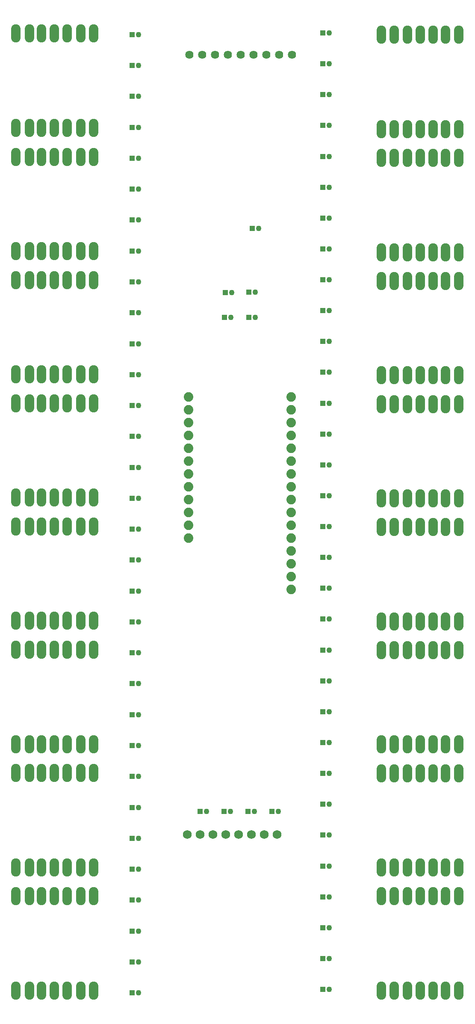
<source format=gbs>
G04 Layer: BottomSolderMaskLayer*
G04 EasyEDA v6.5.34, 2023-08-01 23:06:14*
G04 37820599d03b44ba85b54b625c5d4239,e19817772a2549008f3c800b4464b236,10*
G04 Gerber Generator version 0.2*
G04 Scale: 100 percent, Rotated: No, Reflected: No *
G04 Dimensions in millimeters *
G04 leading zeros omitted , absolute positions ,4 integer and 5 decimal *
%FSLAX45Y45*%
%MOMM*%

%AMMACRO1*1,1,$1,$2,$3*1,1,$1,$4,$5*1,1,$1,0-$2,0-$3*1,1,$1,0-$4,0-$5*20,1,$1,$2,$3,$4,$5,0*20,1,$1,$4,$5,0-$2,0-$3,0*20,1,$1,0-$2,0-$3,0-$4,0-$5,0*20,1,$1,0-$4,0-$5,$2,$3,0*4,1,4,$2,$3,$4,$5,0-$2,0-$3,0-$4,0-$5,$2,$3,0*%
%ADD10C,1.1000*%
%ADD11MACRO1,0.1X-0.5X0.5X0.5X0.5*%
%ADD12C,1.6256*%
%ADD13C,1.7272*%
%ADD14C,1.8923*%
%ADD15O,1.8516092000000002X3.6015930000000003*%
%ADD16O,0.0189X3.6015930000000003*%

%LPD*%
D10*
G01*
X-678662Y-5030952D03*
D11*
G01*
X-805667Y-5030960D03*
D10*
G01*
X-204520Y-5030952D03*
D11*
G01*
X-331533Y-5030960D03*
D10*
G01*
X269595Y-5030952D03*
D11*
G01*
X142598Y-5030960D03*
D10*
G01*
X355600Y6502400D03*
D11*
G01*
X228600Y6502400D03*
D10*
G01*
X-191363Y4743475D03*
D11*
G01*
X-318368Y4743467D03*
D10*
G01*
X-2019300Y9119031D03*
D11*
G01*
X-2146300Y9119026D03*
D10*
G01*
X-2019300Y6671640D03*
D11*
G01*
X-2146300Y6671637D03*
D10*
G01*
X-2019300Y4224248D03*
D11*
G01*
X-2146300Y4224248D03*
D10*
G01*
X-2019300Y1776856D03*
D11*
G01*
X-2146300Y1776862D03*
D10*
G01*
X-2019300Y-670534D03*
D11*
G01*
X-2146300Y-670526D03*
D10*
G01*
X-2019300Y-3117900D03*
D11*
G01*
X-2146300Y-3117908D03*
D10*
G01*
X-2019300Y-5565292D03*
D11*
G01*
X-2146300Y-5565292D03*
D10*
G01*
X-2019300Y-8012684D03*
D11*
G01*
X-2146300Y-8012678D03*
D10*
G01*
X1752600Y9765182D03*
D11*
G01*
X1625600Y9765192D03*
D10*
G01*
X1752600Y7322362D03*
D11*
G01*
X1625600Y7322357D03*
D10*
G01*
X1752600Y4879517D03*
D11*
G01*
X1625600Y4879522D03*
D10*
G01*
X1752600Y2436698D03*
D11*
G01*
X1625600Y2436690D03*
D10*
G01*
X1752600Y-6121D03*
D11*
G01*
X1625600Y-6131D03*
D10*
G01*
X1752600Y-2448966D03*
D11*
G01*
X1625600Y-2448958D03*
D10*
G01*
X1752600Y-4891786D03*
D11*
G01*
X1625600Y-4891793D03*
D10*
G01*
X1752600Y-7334630D03*
D11*
G01*
X1625600Y-7334628D03*
D10*
G01*
X743737Y-5030952D03*
D11*
G01*
X616732Y-5030960D03*
D10*
G01*
X291236Y5243474D03*
D11*
G01*
X164231Y5243466D03*
D10*
G01*
X-2019300Y9730867D03*
D11*
G01*
X-2146300Y9730872D03*
D10*
G01*
X-2019300Y7283475D03*
D11*
G01*
X-2146300Y7283485D03*
D10*
G01*
X-2019300Y4836083D03*
D11*
G01*
X-2146300Y4836096D03*
D10*
G01*
X-2019300Y2388717D03*
D11*
G01*
X-2146300Y2388707D03*
D10*
G01*
X-2019300Y-58673D03*
D11*
G01*
X-2146300Y-58679D03*
D10*
G01*
X-2019300Y-2506065D03*
D11*
G01*
X-2146300Y-2506065D03*
D10*
G01*
X-2019300Y-4953457D03*
D11*
G01*
X-2146300Y-4953447D03*
D10*
G01*
X-2019300Y-7400823D03*
D11*
G01*
X-2146300Y-7400828D03*
D10*
G01*
X1752600Y9154490D03*
D11*
G01*
X1625600Y9154482D03*
D10*
G01*
X1752600Y6711645D03*
D11*
G01*
X1625600Y6711650D03*
D10*
G01*
X1752600Y4268825D03*
D11*
G01*
X1625600Y4268817D03*
D10*
G01*
X1752600Y1825980D03*
D11*
G01*
X1625600Y1825985D03*
D10*
G01*
X1752600Y-616838D03*
D11*
G01*
X1625600Y-616836D03*
D10*
G01*
X1752600Y-3059658D03*
D11*
G01*
X1625600Y-3059668D03*
D10*
G01*
X1752600Y-5502503D03*
D11*
G01*
X1625600Y-5502501D03*
D10*
G01*
X1752600Y-7945323D03*
D11*
G01*
X1625600Y-7945333D03*
D10*
G01*
X-178663Y5238775D03*
D11*
G01*
X-305668Y5238767D03*
D10*
G01*
X-2019300Y10342727D03*
D11*
G01*
X-2146300Y10342719D03*
D10*
G01*
X-2019300Y7895336D03*
D11*
G01*
X-2146300Y7895330D03*
D10*
G01*
X-2019300Y5447944D03*
D11*
G01*
X-2146300Y5447944D03*
D10*
G01*
X-2019300Y3000552D03*
D11*
G01*
X-2146300Y3000555D03*
D10*
G01*
X-2019300Y553161D03*
D11*
G01*
X-2146300Y553168D03*
D10*
G01*
X-2019300Y-1894230D03*
D11*
G01*
X-2146302Y-1894217D03*
D10*
G01*
X-2019300Y-4341596D03*
D11*
G01*
X-2146300Y-4341599D03*
D10*
G01*
X-2019300Y-6788988D03*
D11*
G01*
X-2146300Y-6788983D03*
D10*
G01*
X1752600Y8543772D03*
D11*
G01*
X1625600Y8543775D03*
D10*
G01*
X1752600Y6100953D03*
D11*
G01*
X1625600Y6100942D03*
D10*
G01*
X1752600Y3658107D03*
D11*
G01*
X1625600Y3658105D03*
D10*
G01*
X1752600Y1215288D03*
D11*
G01*
X1625600Y1215285D03*
D10*
G01*
X1752600Y-1227556D03*
D11*
G01*
X1625600Y-1227543D03*
D10*
G01*
X1752600Y-3670376D03*
D11*
G01*
X1625600Y-3670376D03*
D10*
G01*
X1752600Y-6113221D03*
D11*
G01*
X1625600Y-6113211D03*
D10*
G01*
X1752600Y-8556040D03*
D11*
G01*
X1625600Y-8556043D03*
D10*
G01*
X291236Y4743475D03*
D11*
G01*
X164231Y4743467D03*
D10*
G01*
X-2019300Y8507171D03*
D11*
G01*
X-2146300Y8507178D03*
D10*
G01*
X-2019300Y6059779D03*
D11*
G01*
X-2146300Y6059789D03*
D10*
G01*
X-2019300Y3612413D03*
D11*
G01*
X-2146300Y3612403D03*
D10*
G01*
X-2019300Y1165021D03*
D11*
G01*
X-2146300Y1165014D03*
D10*
G01*
X-2019300Y-1282369D03*
D11*
G01*
X-2146300Y-1282372D03*
D10*
G01*
X-2019300Y-3729761D03*
D11*
G01*
X-2146300Y-3729753D03*
D10*
G01*
X-2019300Y-6177127D03*
D11*
G01*
X-2146300Y-6177135D03*
D10*
G01*
X-2019300Y-8624519D03*
D11*
G01*
X-2146300Y-8624524D03*
D10*
G01*
X1752600Y10375900D03*
D11*
G01*
X1625600Y10375900D03*
D10*
G01*
X1752600Y7933054D03*
D11*
G01*
X1625600Y7933067D03*
D10*
G01*
X1752600Y5490235D03*
D11*
G01*
X1625600Y5490235D03*
D10*
G01*
X1752600Y3047390D03*
D11*
G01*
X1625600Y3047403D03*
D10*
G01*
X1752600Y604570D03*
D11*
G01*
X1625600Y604580D03*
D10*
G01*
X1752600Y-1838248D03*
D11*
G01*
X1625600Y-1838251D03*
D10*
G01*
X1752600Y-4281093D03*
D11*
G01*
X1625600Y-4281086D03*
D10*
G01*
X1752600Y-6723913D03*
D11*
G01*
X1625600Y-6723918D03*
D12*
G01*
X1016000Y9944100D03*
G01*
X762000Y9944100D03*
G01*
X508000Y9944100D03*
G01*
X254000Y9944100D03*
G01*
X0Y9944100D03*
G01*
X-254000Y9944100D03*
G01*
X-508000Y9944100D03*
G01*
X-762000Y9944100D03*
G01*
X-1016000Y9944100D03*
D13*
G01*
X-1059662Y-5494502D03*
G01*
X-805662Y-5494502D03*
G01*
X-551662Y-5494502D03*
G01*
X-297662Y-5494502D03*
G01*
X-43662Y-5494502D03*
G01*
X210337Y-5494502D03*
G01*
X464337Y-5494502D03*
G01*
X718337Y-5494502D03*
D14*
G01*
X-1029563Y374675D03*
G01*
X-1029563Y628675D03*
G01*
X-1029563Y882675D03*
G01*
X-1029563Y1136675D03*
G01*
X-1029563Y1390675D03*
G01*
X-1029563Y1644675D03*
G01*
X-1029563Y1898675D03*
G01*
X-1029563Y2152675D03*
G01*
X-1029563Y2406675D03*
G01*
X-1029563Y2660675D03*
G01*
X-1029563Y2914675D03*
G01*
X-1029563Y3168675D03*
G01*
X1002436Y374675D03*
G01*
X1002436Y628675D03*
G01*
X1002436Y882675D03*
G01*
X1002436Y1136675D03*
G01*
X1002436Y1898675D03*
G01*
X1002436Y2152675D03*
G01*
X1002436Y2406675D03*
G01*
X1002436Y2660675D03*
G01*
X1002436Y2914675D03*
G01*
X1002436Y3168675D03*
G01*
X1002436Y120675D03*
G01*
X1002436Y-133324D03*
G01*
X1002436Y-387324D03*
G01*
X1002436Y-641324D03*
G01*
X1002436Y1390675D03*
G01*
X1002436Y1644675D03*
D15*
G01*
X-2913176Y8496300D03*
G01*
X-3167176Y8496300D03*
G01*
X-3433876Y8496300D03*
G01*
X-3687876Y8496300D03*
G01*
X-3941876Y8496300D03*
G01*
X-4183176Y8496300D03*
G01*
X-4449876Y8496300D03*
G01*
X-4449876Y10363200D03*
G01*
X-4183176Y10363200D03*
G01*
X-3941876Y10363200D03*
G01*
X-3687876Y10363200D03*
G01*
X-3433876Y10363200D03*
G01*
X-3167176Y10363200D03*
G01*
X-2913176Y10363200D03*
G01*
X-2913176Y6056985D03*
G01*
X-3167176Y6056985D03*
G01*
X-3433876Y6056985D03*
G01*
X-3687876Y6056985D03*
G01*
X-3941876Y6056985D03*
G01*
X-4183176Y6056985D03*
G01*
X-4449876Y6056985D03*
G01*
X-4449876Y7923885D03*
G01*
X-4183176Y7923885D03*
G01*
X-3941876Y7923885D03*
G01*
X-3687876Y7923885D03*
G01*
X-3433876Y7923885D03*
G01*
X-3167176Y7923885D03*
G01*
X-2913176Y7923885D03*
G01*
X-2913176Y3617696D03*
G01*
X-3167176Y3617696D03*
G01*
X-3433876Y3617696D03*
G01*
X-3687876Y3617696D03*
G01*
X-3941876Y3617696D03*
G01*
X-4183176Y3617696D03*
G01*
X-4449876Y3617696D03*
G01*
X-4449876Y5484596D03*
G01*
X-4183176Y5484596D03*
G01*
X-3941876Y5484596D03*
G01*
X-3687876Y5484596D03*
G01*
X-3433876Y5484596D03*
G01*
X-3167176Y5484596D03*
G01*
X-2913176Y5484596D03*
G01*
X-2913176Y1178382D03*
G01*
X-3167176Y1178382D03*
G01*
X-3433876Y1178382D03*
G01*
X-3687876Y1178382D03*
G01*
X-3941876Y1178382D03*
G01*
X-4183176Y1178382D03*
G01*
X-4449876Y1178382D03*
G01*
X-4449876Y3045282D03*
G01*
X-4183176Y3045282D03*
G01*
X-3941876Y3045282D03*
G01*
X-3687876Y3045282D03*
G01*
X-3433876Y3045282D03*
G01*
X-3167176Y3045282D03*
G01*
X-2913176Y3045282D03*
G01*
X-2913176Y-1260932D03*
G01*
X-3167176Y-1260932D03*
G01*
X-3433876Y-1260932D03*
G01*
X-3687876Y-1260932D03*
G01*
X-3941876Y-1260932D03*
G01*
X-4183176Y-1260932D03*
G01*
X-4449876Y-1260932D03*
G01*
X-4449876Y605967D03*
G01*
X-4183176Y605967D03*
G01*
X-3941876Y605967D03*
G01*
X-3687876Y605967D03*
G01*
X-3433876Y605967D03*
G01*
X-3167176Y605967D03*
G01*
X-2913176Y605967D03*
G01*
X-2913176Y-3700221D03*
G01*
X-3167176Y-3700221D03*
G01*
X-3433876Y-3700221D03*
G01*
X-3687876Y-3700221D03*
G01*
X-3941876Y-3700221D03*
G01*
X-4183176Y-3700221D03*
G01*
X-4449876Y-3700221D03*
G01*
X-4449876Y-1833321D03*
G01*
X-4183176Y-1833321D03*
G01*
X-3941876Y-1833321D03*
G01*
X-3687876Y-1833321D03*
G01*
X-3433876Y-1833321D03*
G01*
X-3167176Y-1833321D03*
G01*
X-2913176Y-1833321D03*
G01*
X-2913176Y-6139535D03*
G01*
X-3167176Y-6139535D03*
G01*
X-3433876Y-6139535D03*
G01*
X-3687876Y-6139535D03*
G01*
X-3941876Y-6139535D03*
G01*
X-4183176Y-6139535D03*
G01*
X-4449876Y-6139535D03*
G01*
X-4449876Y-4272635D03*
G01*
X-4183176Y-4272635D03*
G01*
X-3941876Y-4272635D03*
G01*
X-3687876Y-4272635D03*
G01*
X-3433876Y-4272635D03*
G01*
X-3167176Y-4272635D03*
G01*
X-2913176Y-4272635D03*
G01*
X-2913176Y-8578850D03*
G01*
X-3167176Y-8578850D03*
G01*
X-3433876Y-8578850D03*
G01*
X-3687876Y-8578850D03*
G01*
X-3941876Y-8578850D03*
G01*
X-4183176Y-8578850D03*
G01*
X-4449876Y-8578850D03*
G01*
X-4449876Y-6711950D03*
G01*
X-4183176Y-6711950D03*
G01*
X-3941876Y-6711950D03*
G01*
X-3687876Y-6711950D03*
G01*
X-3433876Y-6711950D03*
G01*
X-3167176Y-6711950D03*
G01*
X-2913176Y-6711950D03*
G01*
X2784602Y10337800D03*
G01*
X3038602Y10337800D03*
G01*
X3305302Y10337800D03*
G01*
X3559302Y10337800D03*
G01*
X3813302Y10337800D03*
G01*
X4054602Y10337800D03*
G01*
X4321302Y10337800D03*
G01*
X4321302Y8470900D03*
G01*
X4054602Y8470900D03*
G01*
X3813302Y8470900D03*
G01*
X3559302Y8470900D03*
G01*
X3305302Y8470900D03*
G01*
X3038602Y8470900D03*
G01*
X2784602Y8470900D03*
G01*
X2784602Y7902117D03*
G01*
X3038602Y7902117D03*
G01*
X3305302Y7902117D03*
G01*
X3559302Y7902117D03*
G01*
X3813302Y7902117D03*
G01*
X4054602Y7902117D03*
G01*
X4321302Y7902117D03*
G01*
X4321302Y6035217D03*
G01*
X4054602Y6035217D03*
G01*
X3813302Y6035217D03*
G01*
X3559302Y6035217D03*
G01*
X3305302Y6035217D03*
G01*
X3038602Y6035217D03*
G01*
X2784602Y6035217D03*
G01*
X2784602Y5466435D03*
G01*
X3038602Y5466435D03*
G01*
X3305302Y5466435D03*
G01*
X3559302Y5466435D03*
G01*
X3813302Y5466435D03*
G01*
X4054602Y5466435D03*
G01*
X4321302Y5466435D03*
G01*
X4321302Y3599535D03*
G01*
X4054602Y3599535D03*
G01*
X3813302Y3599535D03*
G01*
X3559302Y3599535D03*
G01*
X3305302Y3599535D03*
G01*
X3038602Y3599535D03*
G01*
X2784602Y3599535D03*
G01*
X2784602Y3030778D03*
G01*
X3038602Y3030778D03*
G01*
X3305302Y3030778D03*
G01*
X3559302Y3030778D03*
G01*
X3813302Y3030778D03*
G01*
X4054602Y3030778D03*
G01*
X4321302Y3030778D03*
G01*
X4321302Y1163878D03*
G01*
X4054602Y1163878D03*
G01*
X3813302Y1163878D03*
G01*
X3559302Y1163878D03*
G01*
X3305302Y1163878D03*
G01*
X3038602Y1163878D03*
G01*
X2784602Y1163878D03*
G01*
X2784602Y595096D03*
G01*
X3038602Y595096D03*
G01*
X3305302Y595096D03*
G01*
X3559302Y595096D03*
G01*
X3813302Y595096D03*
G01*
X4054602Y595096D03*
G01*
X4321302Y595096D03*
G01*
X4321302Y-1271803D03*
G01*
X4054602Y-1271803D03*
G01*
X3813302Y-1271803D03*
G01*
X3559302Y-1271803D03*
G01*
X3305302Y-1271803D03*
G01*
X3038602Y-1271803D03*
G01*
X2784602Y-1271803D03*
G01*
X2784602Y-1840585D03*
G01*
X3038602Y-1840585D03*
G01*
X3305302Y-1840585D03*
G01*
X3559302Y-1840585D03*
G01*
X3813302Y-1840585D03*
G01*
X4054602Y-1840585D03*
G01*
X4321302Y-1840585D03*
G01*
X4321302Y-3707485D03*
G01*
X4054602Y-3707485D03*
G01*
X3813302Y-3707485D03*
G01*
X3559302Y-3707485D03*
G01*
X3305302Y-3707485D03*
G01*
X3038602Y-3707485D03*
G01*
X2784602Y-3707485D03*
G01*
X2784602Y-4276267D03*
G01*
X3038602Y-4276267D03*
G01*
X3305302Y-4276267D03*
G01*
X3559302Y-4276267D03*
G01*
X3813302Y-4276267D03*
G01*
X4054602Y-4276267D03*
G01*
X4321302Y-4276267D03*
G01*
X4321302Y-6143167D03*
G01*
X4054602Y-6143167D03*
G01*
X3813302Y-6143167D03*
G01*
X3559302Y-6143167D03*
G01*
X3305302Y-6143167D03*
G01*
X3038602Y-6143167D03*
G01*
X2784602Y-6143167D03*
G01*
X2784602Y-6711950D03*
G01*
X3038602Y-6711950D03*
G01*
X3305302Y-6711950D03*
G01*
X3559302Y-6711950D03*
G01*
X3813302Y-6711950D03*
G01*
X4054602Y-6711950D03*
G01*
X4321302Y-6711950D03*
G01*
X4321302Y-8578850D03*
G01*
X4054602Y-8578850D03*
G01*
X3813302Y-8578850D03*
G01*
X3559302Y-8578850D03*
G01*
X3305302Y-8578850D03*
G01*
X3038602Y-8578850D03*
G01*
X2784602Y-8578850D03*
M02*

</source>
